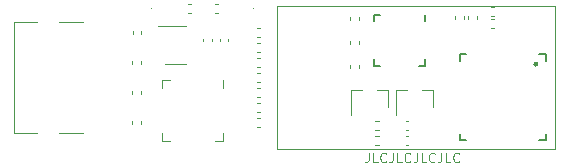
<source format=gbr>
%TF.GenerationSoftware,KiCad,Pcbnew,(5.1.10-1-10_14)*%
%TF.CreationDate,2021-10-25T20:37:59+08:00*%
%TF.ProjectId,esp32-nano,65737033-322d-46e6-916e-6f2e6b696361,1.0*%
%TF.SameCoordinates,Original*%
%TF.FileFunction,Legend,Top*%
%TF.FilePolarity,Positive*%
%FSLAX46Y46*%
G04 Gerber Fmt 4.6, Leading zero omitted, Abs format (unit mm)*
G04 Created by KiCad (PCBNEW (5.1.10-1-10_14)) date 2021-10-25 20:37:59*
%MOMM*%
%LPD*%
G01*
G04 APERTURE LIST*
%ADD10C,0.120000*%
%ADD11C,0.400000*%
%ADD12C,0.150000*%
%ADD13C,0.100000*%
G04 APERTURE END LIST*
D10*
X55054961Y-42437104D02*
X55054961Y-43008533D01*
X55016866Y-43122819D01*
X54940676Y-43199009D01*
X54826390Y-43237104D01*
X54750200Y-43237104D01*
X55816866Y-43237104D02*
X55435914Y-43237104D01*
X55435914Y-42437104D01*
X56540676Y-43160914D02*
X56502580Y-43199009D01*
X56388295Y-43237104D01*
X56312104Y-43237104D01*
X56197819Y-43199009D01*
X56121628Y-43122819D01*
X56083533Y-43046628D01*
X56045438Y-42894247D01*
X56045438Y-42779961D01*
X56083533Y-42627580D01*
X56121628Y-42551390D01*
X56197819Y-42475200D01*
X56312104Y-42437104D01*
X56388295Y-42437104D01*
X56502580Y-42475200D01*
X56540676Y-42513295D01*
X57112104Y-42437104D02*
X57112104Y-43008533D01*
X57074009Y-43122819D01*
X56997819Y-43199009D01*
X56883533Y-43237104D01*
X56807342Y-43237104D01*
X57874009Y-43237104D02*
X57493057Y-43237104D01*
X57493057Y-42437104D01*
X58597819Y-43160914D02*
X58559723Y-43199009D01*
X58445438Y-43237104D01*
X58369247Y-43237104D01*
X58254961Y-43199009D01*
X58178771Y-43122819D01*
X58140676Y-43046628D01*
X58102580Y-42894247D01*
X58102580Y-42779961D01*
X58140676Y-42627580D01*
X58178771Y-42551390D01*
X58254961Y-42475200D01*
X58369247Y-42437104D01*
X58445438Y-42437104D01*
X58559723Y-42475200D01*
X58597819Y-42513295D01*
X59169247Y-42437104D02*
X59169247Y-43008533D01*
X59131152Y-43122819D01*
X59054961Y-43199009D01*
X58940676Y-43237104D01*
X58864485Y-43237104D01*
X59931152Y-43237104D02*
X59550200Y-43237104D01*
X59550200Y-42437104D01*
X60654961Y-43160914D02*
X60616866Y-43199009D01*
X60502580Y-43237104D01*
X60426390Y-43237104D01*
X60312104Y-43199009D01*
X60235914Y-43122819D01*
X60197819Y-43046628D01*
X60159723Y-42894247D01*
X60159723Y-42779961D01*
X60197819Y-42627580D01*
X60235914Y-42551390D01*
X60312104Y-42475200D01*
X60426390Y-42437104D01*
X60502580Y-42437104D01*
X60616866Y-42475200D01*
X60654961Y-42513295D01*
X61226390Y-42437104D02*
X61226390Y-43008533D01*
X61188295Y-43122819D01*
X61112104Y-43199009D01*
X60997819Y-43237104D01*
X60921628Y-43237104D01*
X61988295Y-43237104D02*
X61607342Y-43237104D01*
X61607342Y-42437104D01*
X62712104Y-43160914D02*
X62674009Y-43199009D01*
X62559723Y-43237104D01*
X62483533Y-43237104D01*
X62369247Y-43199009D01*
X62293057Y-43122819D01*
X62254961Y-43046628D01*
X62216866Y-42894247D01*
X62216866Y-42779961D01*
X62254961Y-42627580D01*
X62293057Y-42551390D01*
X62369247Y-42475200D01*
X62483533Y-42437104D01*
X62559723Y-42437104D01*
X62674009Y-42475200D01*
X62712104Y-42513295D01*
X47266000Y-42133000D02*
X47266000Y-30003000D01*
X70866000Y-42133000D02*
X47266000Y-42133000D01*
X70866000Y-30003000D02*
X47266000Y-30003000D01*
X70866000Y-30003000D02*
X70866000Y-42133000D01*
D11*
%TO.C,U4*%
X69207250Y-34933750D02*
G75*
G03*
X69207250Y-34933750I-1000J0D01*
G01*
D12*
X70037250Y-34102750D02*
X69512250Y-34102750D01*
X70037250Y-41352750D02*
X70037250Y-40827750D01*
X62787250Y-41352750D02*
X62787250Y-40827750D01*
X62787250Y-34102750D02*
X62787250Y-34627750D01*
X70037250Y-34102750D02*
X70037250Y-34627750D01*
X62787250Y-41352750D02*
X63312250Y-41352750D01*
X62787250Y-34102750D02*
X63312250Y-34102750D01*
X70037250Y-41352750D02*
X69512250Y-41352750D01*
D10*
%TO.C,U2*%
X37835000Y-34884000D02*
X39635000Y-34884000D01*
X39635000Y-31664000D02*
X37185000Y-31664000D01*
%TO.C,C14*%
X35073000Y-32365836D02*
X35073000Y-32150164D01*
X35793000Y-32365836D02*
X35793000Y-32150164D01*
%TO.C,C13*%
X45827836Y-32618000D02*
X45612164Y-32618000D01*
X45827836Y-31898000D02*
X45612164Y-31898000D01*
%TO.C,C12*%
X45827836Y-37698000D02*
X45612164Y-37698000D01*
X45827836Y-36978000D02*
X45612164Y-36978000D01*
%TO.C,C11*%
X45612164Y-33168000D02*
X45827836Y-33168000D01*
X45612164Y-33888000D02*
X45827836Y-33888000D01*
%TO.C,C10*%
X54228250Y-30971914D02*
X54228250Y-31187586D01*
X53508250Y-30971914D02*
X53508250Y-31187586D01*
%TO.C,C9*%
X63098000Y-30880164D02*
X63098000Y-31095836D01*
X62378000Y-30880164D02*
X62378000Y-31095836D01*
%TO.C,C8*%
X53508250Y-35251586D02*
X53508250Y-35035914D01*
X54228250Y-35251586D02*
X54228250Y-35035914D01*
%TO.C,C7*%
X65424164Y-31136000D02*
X65639836Y-31136000D01*
X65424164Y-31856000D02*
X65639836Y-31856000D01*
%TO.C,C6*%
X54228250Y-33003914D02*
X54228250Y-33219586D01*
X53508250Y-33003914D02*
X53508250Y-33219586D01*
%TO.C,C5*%
X58185164Y-41042000D02*
X58400836Y-41042000D01*
X58185164Y-41762000D02*
X58400836Y-41762000D01*
%TO.C,C4*%
X58185164Y-39772000D02*
X58400836Y-39772000D01*
X58185164Y-40492000D02*
X58400836Y-40492000D01*
%TO.C,C2*%
X43159000Y-32785164D02*
X43159000Y-33000836D01*
X42439000Y-32785164D02*
X42439000Y-33000836D01*
%TO.C,C1*%
X41762000Y-32785164D02*
X41762000Y-33000836D01*
X41042000Y-32785164D02*
X41042000Y-33000836D01*
%TO.C,VT2*%
X56698000Y-37086000D02*
X55768000Y-37086000D01*
X53538000Y-37086000D02*
X54468000Y-37086000D01*
X53538000Y-37086000D02*
X53538000Y-39246000D01*
X56698000Y-37086000D02*
X56698000Y-38546000D01*
%TO.C,VT1*%
X60508000Y-37086000D02*
X59578000Y-37086000D01*
X57348000Y-37086000D02*
X58278000Y-37086000D01*
X57348000Y-37086000D02*
X57348000Y-39246000D01*
X60508000Y-37086000D02*
X60508000Y-38546000D01*
%TO.C,USB1*%
X25056000Y-31368000D02*
X25056000Y-40768000D01*
X30856000Y-40768000D02*
X28856000Y-40768000D01*
X26956000Y-40768000D02*
X25056000Y-40768000D01*
X30856000Y-31368000D02*
X28856000Y-31368000D01*
X26956000Y-31368000D02*
X25056000Y-31368000D01*
D12*
%TO.C,U3*%
X59808000Y-35043000D02*
X59283000Y-35043000D01*
X55508000Y-30743000D02*
X56033000Y-30743000D01*
X55508000Y-35043000D02*
X56033000Y-35043000D01*
X59808000Y-30743000D02*
X59808000Y-31268000D01*
X55508000Y-30743000D02*
X55508000Y-31268000D01*
X55508000Y-35043000D02*
X55508000Y-34518000D01*
X59808000Y-35043000D02*
X59808000Y-34518000D01*
D10*
%TO.C,U1*%
X42742000Y-40747000D02*
X42742000Y-41472000D01*
X42742000Y-41472000D02*
X42017000Y-41472000D01*
X37522000Y-36977000D02*
X37522000Y-36252000D01*
X37522000Y-36252000D02*
X38247000Y-36252000D01*
X37522000Y-40747000D02*
X37522000Y-41472000D01*
X37522000Y-41472000D02*
X38247000Y-41472000D01*
X42742000Y-36977000D02*
X42742000Y-36252000D01*
%TO.C,R17*%
X45566359Y-34418000D02*
X45873641Y-34418000D01*
X45566359Y-35178000D02*
X45873641Y-35178000D01*
%TO.C,R16*%
X45873641Y-36448000D02*
X45566359Y-36448000D01*
X45873641Y-35688000D02*
X45566359Y-35688000D01*
%TO.C,R14*%
X63501000Y-31141641D02*
X63501000Y-30834359D01*
X64261000Y-31141641D02*
X64261000Y-30834359D01*
%TO.C,R13*%
X45566359Y-38228000D02*
X45873641Y-38228000D01*
X45566359Y-38988000D02*
X45873641Y-38988000D01*
%TO.C,R12*%
X42317641Y-30606000D02*
X42010359Y-30606000D01*
X42317641Y-29846000D02*
X42010359Y-29846000D01*
%TO.C,R9*%
X39726359Y-29846000D02*
X40033641Y-29846000D01*
X39726359Y-30606000D02*
X40033641Y-30606000D01*
%TO.C,R8*%
X35813000Y-34644359D02*
X35813000Y-34951641D01*
X35053000Y-34644359D02*
X35053000Y-34951641D01*
%TO.C,R7*%
X35813000Y-37184359D02*
X35813000Y-37491641D01*
X35053000Y-37184359D02*
X35053000Y-37491641D01*
%TO.C,R6*%
X65378359Y-30100000D02*
X65685641Y-30100000D01*
X65378359Y-30860000D02*
X65685641Y-30860000D01*
%TO.C,R5*%
X55599359Y-41022000D02*
X55906641Y-41022000D01*
X55599359Y-41782000D02*
X55906641Y-41782000D01*
%TO.C,R4*%
X55906641Y-40512000D02*
X55599359Y-40512000D01*
X55906641Y-39752000D02*
X55599359Y-39752000D01*
%TO.C,R3*%
X45873641Y-40258000D02*
X45566359Y-40258000D01*
X45873641Y-39498000D02*
X45566359Y-39498000D01*
%TO.C,R1*%
X35053000Y-40031641D02*
X35053000Y-39724359D01*
X35813000Y-40031641D02*
X35813000Y-39724359D01*
D13*
%TO.C,D2*%
X45336000Y-30226000D02*
G75*
G03*
X45336000Y-30226000I-50000J0D01*
G01*
%TO.C,D1*%
X36679000Y-30226000D02*
G75*
G03*
X36679000Y-30226000I-50000J0D01*
G01*
%TD*%
M02*

</source>
